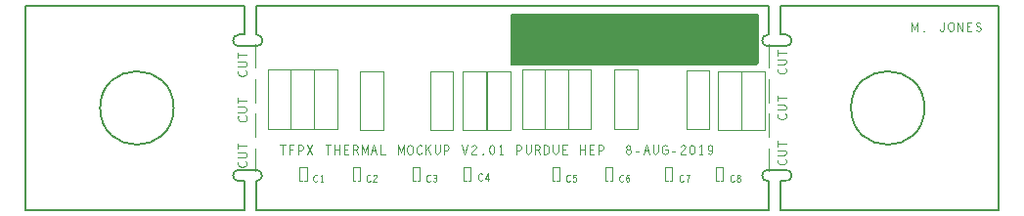
<source format=gbr>
G04 CAM350/DFMSTREAM V12.2 (Build 1155) Date:  Thu Aug 08 15:54:00 2019 *
G04 Database: C:\Users\ptome\Documents\Data - Open Quotes\PURDUE UNIVERSITY\CPC_MOCKUP_HDI_1X2_V2 REV 2.00\CPC_MOCKUP_HDI_1X2_V2 REV 2.00.cam *
G04 Layer 1: L1_Silkscreen *
%FSLAX44Y44*%
%MOIN*%
%SFA1.000B1.000*%

%MIA0B0*%
%IPPOS*%
%ADD13C,0.00394*%
%ADD23C,0.00500*%
%LNL1_Silkscreen*%
%LPD*%
G36*
X24921Y4921D02*
G01X18504D01*
X18494Y4931*
X18484Y4921*
X16575*
X16535Y4961*
Y6654*
X16594Y6713*
X18504*
X24941*
X25000Y6654*
Y5000*
X24921Y4921*
G37*
G54D13*
X7854Y2106D02*
G01Y1319D01*
Y3287D02*
G01Y2500D01*
Y4469D02*
G01Y3681D01*
Y5650D02*
G01Y4862D01*
X9055Y4783D02*
G01X8268D01*
Y2776*
X9055*
Y4783*
X9843D02*
G01X9055D01*
Y2776*
X9843*
Y4783*
Y4783D02*
G01X9055D01*
Y2776*
X9843*
Y4783*
X10630D02*
G01X9843D01*
Y2776*
X10630*
Y4783*
Y4783D02*
G01X9843D01*
Y2776*
X10630*
Y4783*
X12205Y4744D02*
G01X11417D01*
Y2736*
X12205*
Y4744*
Y4744D02*
G01X11417D01*
Y2736*
X12205*
Y4744*
X14587D02*
G01X13799D01*
Y2736*
X14587*
Y4744*
X15709D02*
G01X14921D01*
Y2736*
X15709*
Y4744*
X16535D02*
G01X15748D01*
Y2736*
X16535*
Y4744*
X17717Y4783D02*
G01X16929D01*
Y2776*
X17717*
Y4783*
X18504D02*
G01X17717D01*
Y2776*
X18504*
Y4783*
X19291D02*
G01X18504D01*
Y2776*
X19291*
Y4783*
X20866D02*
G01X20079D01*
Y2776*
X20866*
Y4783*
X23327Y4764D02*
G01X22539D01*
Y2756*
X23327*
Y4764*
X24409Y4744D02*
G01X23622D01*
Y2736*
X24409*
Y4744*
X25197D02*
G01X24409D01*
Y2736*
X25197*
Y4744*
X25354Y2106D02*
G01Y1319D01*
Y3287D02*
G01Y2500D01*
Y4469D02*
G01Y3681D01*
Y5650D02*
G01Y4862D01*
X7275Y1656D02*
G01X7259Y1633D01*
X7249Y1606*
Y1576*
X7265Y1541*
X7290Y1514*
X7321Y1495*
X7373Y1480*
X7420Y1476*
X7466Y1484*
X7497Y1495*
X7528Y1518*
X7549Y1545*
X7559Y1572*
Y1599*
X7549Y1625*
X7533Y1648*
X7513Y1668*
X7249Y1797D02*
G01X7471D01*
X7518Y1813*
X7549Y1843*
X7559Y1882*
X7549Y1920*
X7518Y1951*
X7471Y1966*
X7249*
Y2192D02*
G01X7559D01*
X7249Y2104D02*
G01Y2280D01*
X7275Y3206D02*
G01X7259Y3183D01*
X7249Y3156*
Y3126*
X7265Y3091*
X7290Y3064*
X7321Y3045*
X7373Y3030*
X7420Y3026*
X7466Y3034*
X7497Y3045*
X7528Y3068*
X7549Y3095*
X7559Y3122*
Y3149*
X7549Y3175*
X7533Y3198*
X7513Y3218*
X7249Y3347D02*
G01X7471D01*
X7518Y3363*
X7549Y3393*
X7559Y3432*
X7549Y3470*
X7518Y3501*
X7471Y3516*
X7249*
Y3742D02*
G01X7559D01*
X7249Y3654D02*
G01Y3830D01*
X7275Y4756D02*
G01X7259Y4733D01*
X7249Y4706*
Y4676*
X7265Y4641*
X7290Y4614*
X7321Y4595*
X7373Y4580*
X7420Y4576*
X7466Y4584*
X7497Y4595*
X7528Y4618*
X7549Y4645*
X7559Y4672*
Y4699*
X7549Y4725*
X7533Y4748*
X7513Y4768*
X7249Y4897D02*
G01X7471D01*
X7518Y4913*
X7549Y4943*
X7559Y4982*
X7549Y5020*
X7518Y5051*
X7471Y5066*
X7249*
Y5292D02*
G01X7559D01*
X7249Y5204D02*
G01Y5380D01*
X9518Y994D02*
G01X9596D01*
Y1467*
X9360*
Y994*
X9439*
X8776Y2219D02*
G01Y1909D01*
X8688Y2219D02*
G01X8865D01*
X9014Y1909D02*
G01Y2219D01*
X9159*
X9106Y2070D02*
G01X9014D01*
X9320Y1909D02*
G01Y2219D01*
X9412*
X9442Y2204*
X9465Y2168*
X9473Y2126*
X9465Y2085*
X9446Y2054*
X9412Y2039*
X9320*
X9626Y1909D02*
G01X9787Y2219D01*
X9626D02*
G01X9787Y1909D01*
X10326Y2219D02*
G01Y1909D01*
X10238Y2219D02*
G01X10415D01*
X10556Y1909D02*
G01Y2219D01*
X10717D02*
G01Y1909D01*
Y2064D02*
G01X10556D01*
X11023Y1909D02*
G01X10870D01*
Y2219*
X11023*
X10962Y2070D02*
G01X10870D01*
X11180Y1909D02*
G01Y2219D01*
X11276*
X11306Y2204*
X11325Y2183*
X11333Y2142*
X11325Y2101*
X11302Y2075*
X11276Y2059*
X11180*
X11276D02*
G01X11333Y1909D01*
X11467D02*
G01Y2219D01*
X11566Y1961*
X11666Y2219*
Y1909*
X11781D02*
G01X11876Y2219D01*
X11972Y1909*
X11938Y2018D02*
G01X11815D01*
X12110Y2219D02*
G01Y1909D01*
X12263*
X12707D02*
G01Y2219D01*
X12806Y1961*
X12906Y2219*
Y1909*
X13116D02*
G01X13086Y1915D01*
X13059Y1935*
X13036Y1966*
X13021Y2002*
X13013Y2044*
Y2085*
X13021Y2126*
X13036Y2163*
X13059Y2194*
X13086Y2214*
X13116Y2219*
X13147Y2214*
X13174Y2194*
X13197Y2163*
X13212Y2126*
X13220Y2085*
Y2044*
X13212Y2002*
X13197Y1966*
X13174Y1935*
X13147Y1915*
X13116Y1909*
X13511Y2194D02*
G01X13488Y2209D01*
X13461Y2219*
X13430*
X13396Y2204*
X13369Y2178*
X13350Y2147*
X13334Y2095*
X13331Y2049*
X13338Y2002*
X13350Y1971*
X13373Y1940*
X13400Y1920*
X13426Y1909*
X13453*
X13480Y1920*
X13503Y1935*
X13522Y1956*
X13652Y1909D02*
G01Y2219D01*
X13798D02*
G01X13652Y2028D01*
X13821Y1909D02*
G01X13717Y2116D01*
X13962Y2219D02*
G01Y1997D01*
X13977Y1951*
X14008Y1920*
X14046Y1909*
X14085Y1920*
X14115Y1951*
X14131Y1997*
Y2219*
X14280Y1909D02*
G01Y2219D01*
X14372*
X14402Y2204*
X14425Y2168*
X14433Y2126*
X14425Y2085*
X14406Y2054*
X14372Y2039*
X14280*
X14881Y2219D02*
G01X14976Y1909D01*
X15072Y2219*
X15214Y2168D02*
G01X15237Y2199D01*
X15263Y2214*
X15294Y2219*
X15332Y2209*
X15359Y2183*
X15367Y2152*
X15363Y2121*
X15348Y2095*
X15271Y2044*
X15237Y2008*
X15214Y1956*
X15206Y1909*
X15367*
X15596Y1899D02*
G01X15589Y1904D01*
Y1915*
X15596Y1920*
X15604Y1915*
Y1904*
X15596Y1899*
X15906Y2219D02*
G01X15876Y2209D01*
X15853Y2183*
X15837Y2152*
X15826Y2111*
X15822Y2064*
X15826Y2018*
X15837Y1977*
X15853Y1946*
X15876Y1920*
X15906Y1909*
X15937Y1920*
X15960Y1946*
X15975Y1977*
X15987Y2018*
X15991Y2064*
X15987Y2111*
X15975Y2152*
X15960Y2183*
X15937Y2209*
X15906Y2219*
X16216Y1909D02*
G01Y2219D01*
X16170Y2157*
Y1909D02*
G01X16262D01*
X16760D02*
G01Y2219D01*
X16852*
X16882Y2204*
X16905Y2168*
X16913Y2126*
X16905Y2085*
X16886Y2054*
X16852Y2039*
X16760*
X17062Y2219D02*
G01Y1997D01*
X17077Y1951*
X17108Y1920*
X17146Y1909*
X17185Y1920*
X17215Y1951*
X17231Y1997*
Y2219*
X17380Y1909D02*
G01Y2219D01*
X17476*
X17506Y2204*
X17525Y2183*
X17533Y2142*
X17525Y2101*
X17502Y2075*
X17476Y2059*
X17380*
X17476D02*
G01X17533Y1909D01*
X17682D02*
G01Y2219D01*
X17759*
X17789Y2204*
X17812Y2183*
X17832Y2152*
X17847Y2116*
X17851Y2064*
X17847Y2013*
X17832Y1977*
X17812Y1946*
X17789Y1925*
X17759Y1909*
X17682*
X17992Y2219D02*
G01Y1997D01*
X18007Y1951*
X18038Y1920*
X18076Y1909*
X18115Y1920*
X18145Y1951*
X18161Y1997*
Y2219*
X18463Y1909D02*
G01X18310D01*
Y2219*
X18463*
X18402Y2070D02*
G01X18310D01*
X18926Y1909D02*
G01Y2219D01*
X19087D02*
G01Y1909D01*
Y2064D02*
G01X18926D01*
X19393Y1909D02*
G01X19240D01*
Y2219*
X19393*
X19332Y2070D02*
G01X19240D01*
X19550Y1909D02*
G01Y2219D01*
X19642*
X19672Y2204*
X19695Y2168*
X19703Y2126*
X19695Y2085*
X19676Y2054*
X19642Y2039*
X19550*
X20556Y1909D02*
G01X20583Y1915D01*
X20614Y1930*
X20633Y1956*
X20641Y1992*
X20633Y2028*
X20610Y2059*
X20576Y2075*
X20537*
X20514Y2085*
X20495Y2111*
X20487Y2147*
X20499Y2183*
X20526Y2209*
X20556Y2219*
X20587Y2209*
X20614Y2183*
X20625Y2147*
X20618Y2111*
X20599Y2085*
X20576Y2075*
X20537*
X20503Y2059*
X20480Y2028*
X20472Y1992*
X20480Y1956*
X20499Y1930*
X20530Y1915*
X20556Y1909*
X20817Y2013D02*
G01X20916D01*
X21081Y1909D02*
G01X21176Y2219D01*
X21272Y1909*
X21238Y2018D02*
G01X21115D01*
X21402Y2219D02*
G01Y1997D01*
X21417Y1951*
X21448Y1920*
X21486Y1909*
X21525Y1920*
X21555Y1951*
X21571Y1997*
Y2219*
X21819Y2064D02*
G01X21896D01*
Y1971*
X21873Y1940*
X21846Y1920*
X21808Y1909*
X21770Y1920*
X21743Y1940*
X21720Y1971*
X21704Y2008*
X21697Y2049*
Y2085*
X21704Y2116*
X21720Y2152*
X21743Y2183*
X21766Y2204*
X21796Y2219*
X21823*
X21854Y2209*
X21877Y2188*
X22057Y2013D02*
G01X22156D01*
X22344Y2168D02*
G01X22367Y2199D01*
X22393Y2214*
X22424Y2219*
X22462Y2209*
X22489Y2183*
X22497Y2152*
X22493Y2121*
X22478Y2095*
X22401Y2044*
X22367Y2008*
X22344Y1956*
X22336Y1909*
X22497*
X22726Y2219D02*
G01X22696Y2209D01*
X22673Y2183*
X22657Y2152*
X22646Y2111*
X22642Y2064*
X22646Y2018*
X22657Y1977*
X22673Y1946*
X22696Y1920*
X22726Y1909*
X22757Y1920*
X22780Y1946*
X22795Y1977*
X22807Y2018*
X22811Y2064*
X22807Y2111*
X22795Y2152*
X22780Y2183*
X22757Y2209*
X22726Y2219*
X23036Y1909D02*
G01Y2219D01*
X22990Y2157*
Y1909D02*
G01X23082D01*
X23281Y1946D02*
G01X23308Y1920D01*
X23339Y1909*
X23369Y1920*
X23396Y1951*
X23415Y1997*
X23423Y2044*
Y2101*
X23415Y2147*
X23396Y2188*
X23373Y2209*
X23346Y2219*
X23316Y2209*
X23293Y2188*
X23277Y2157*
X23270Y2116*
X23277Y2080*
X23297Y2044*
X23320Y2023*
X23346Y2018*
X23377Y2028*
X23400Y2054*
X23423Y2101*
X9942Y1194D02*
G01X9926Y1206D01*
X9907Y1215*
X9886*
X9862Y1202*
X9843Y1181*
X9830Y1156*
X9819Y1115*
X9816Y1077*
X9822Y1040*
X9830Y1015*
X9846Y990*
X9864Y973*
X9883Y965*
X9902*
X9920Y973*
X9936Y985*
X9950Y1002*
X10103Y965D02*
G01Y1215D01*
X10071Y1165*
Y965D02*
G01X10135D01*
X11753Y1194D02*
G01X11737Y1206D01*
X11718Y1215*
X11697*
X11673Y1202*
X11654Y1181*
X11641Y1156*
X11630Y1115*
X11628Y1077*
X11633Y1040*
X11641Y1015*
X11657Y990*
X11676Y973*
X11694Y965*
X11713*
X11731Y973*
X11748Y985*
X11761Y1002*
X11864Y1173D02*
G01X11879Y1198D01*
X11898Y1210*
X11919Y1215*
X11946Y1206*
X11965Y1185*
X11970Y1160*
X11968Y1135*
X11957Y1115*
X11904Y1073*
X11879Y1044*
X11864Y1002*
X11858Y965*
X11970*
X11329Y994D02*
G01X11407D01*
Y1467*
X11171*
Y994*
X11250*
X13376D02*
G01X13455D01*
Y1467*
X13219*
Y994*
X13297*
X13800Y1194D02*
G01X13784Y1206D01*
X13765Y1215*
X13744*
X13720Y1202*
X13701Y1181*
X13688Y1156*
X13677Y1115*
X13675Y1077*
X13680Y1040*
X13688Y1015*
X13704Y990*
X13723Y973*
X13741Y965*
X13760*
X13779Y973*
X13795Y985*
X13808Y1002*
X13903Y1015D02*
G01X13919Y985D01*
X13940Y969*
X13964Y965*
X13985Y969*
X14007Y990*
X14020Y1015*
X14023Y1040*
X14017Y1069*
X13999Y1090*
X13980Y1098*
X13956*
X13980D02*
G01X13996Y1110D01*
X14009Y1131*
X14015Y1156*
X14009Y1181*
X13996Y1202*
X13972Y1215*
X13948Y1210*
X13924Y1194*
X15572Y1233D02*
G01X15556Y1246D01*
X15537Y1254*
X15516*
X15492Y1241*
X15473Y1221*
X15460Y1196*
X15449Y1154*
X15446Y1116*
X15452Y1079*
X15460Y1054*
X15476Y1029*
X15494Y1012*
X15513Y1004*
X15532*
X15550Y1012*
X15566Y1025*
X15580Y1041*
X15765Y1004D02*
G01Y1254D01*
X15666Y1075*
X15800*
X15108Y994D02*
G01X15187D01*
Y1467*
X14951*
Y994*
X15030*
X18564Y1194D02*
G01X18548Y1206D01*
X18529Y1215*
X18508*
X18484Y1202*
X18465Y1181*
X18452Y1156*
X18441Y1115*
X18439Y1077*
X18444Y1040*
X18452Y1015*
X18468Y990*
X18487Y973*
X18505Y965*
X18524*
X18543Y973*
X18559Y985*
X18572Y1002*
X18667D02*
G01X18683Y981D01*
X18701Y969*
X18725Y965*
X18749Y973*
X18768Y990*
X18781Y1019*
X18784Y1052*
X18779Y1085*
X18765Y1106*
X18747Y1123*
X18728Y1127*
X18709Y1123*
X18685Y1106*
X18693Y1215*
X18765*
X18120Y994D02*
G01X18199D01*
Y1467*
X17963*
Y994*
X18041*
X19931D02*
G01X20010D01*
Y1467*
X19774*
Y994*
X19852*
X20375Y1194D02*
G01X20359Y1206D01*
X20340Y1215*
X20319*
X20295Y1202*
X20276Y1181*
X20263Y1156*
X20252Y1115*
X20250Y1077*
X20255Y1040*
X20263Y1015*
X20279Y990*
X20298Y973*
X20316Y965*
X20335*
X20354Y973*
X20370Y985*
X20383Y1002*
X20486Y1069D02*
G01X20504Y1098D01*
X20520Y1115*
X20542Y1123*
X20560Y1115*
X20574Y1098*
X20584Y1073*
X20587Y1044*
X20584Y1019*
X20574Y994*
X20558Y973*
X20539Y965*
X20518Y973*
X20499Y998*
X20488Y1035*
X20486Y1077*
X20491Y1131*
X20499Y1160*
X20512Y1190*
X20531Y1210*
X20550Y1215*
X20568Y1206*
X20582Y1185*
X22422Y1194D02*
G01X22406Y1206D01*
X22387Y1215*
X22366*
X22342Y1202*
X22323Y1181*
X22310Y1156*
X22299Y1115*
X22297Y1077*
X22302Y1040*
X22310Y1015*
X22326Y990*
X22345Y973*
X22363Y965*
X22382*
X22401Y973*
X22417Y985*
X22430Y1002*
X22578Y965D02*
G01X22583Y1019D01*
X22591Y1065*
X22602Y1106*
X22615Y1152*
X22637Y1215*
X22530*
X21978Y994D02*
G01X22057D01*
Y1467*
X21821*
Y994*
X21900*
X23711D02*
G01X23789D01*
Y1467*
X23553*
Y994*
X23632*
X24154Y1194D02*
G01X24138Y1206D01*
X24120Y1215*
X24098*
X24074Y1202*
X24056Y1181*
X24042Y1156*
X24032Y1115*
X24029Y1077*
X24034Y1040*
X24042Y1015*
X24058Y990*
X24077Y973*
X24096Y965*
X24114*
X24133Y973*
X24149Y985*
X24162Y1002*
X24316Y965D02*
G01X24334Y969D01*
X24356Y981*
X24369Y1002*
X24374Y1031*
X24369Y1060*
X24353Y1085*
X24329Y1098*
X24302*
X24286Y1106*
X24273Y1127*
X24268Y1156*
X24276Y1185*
X24294Y1206*
X24316Y1215*
X24337Y1206*
X24356Y1185*
X24364Y1156*
X24358Y1127*
X24345Y1106*
X24329Y1098*
X24302*
X24278Y1085*
X24262Y1060*
X24257Y1031*
X24262Y1002*
X24276Y981*
X24297Y969*
X24316Y965*
X25661Y1735D02*
G01X25645Y1712D01*
X25635Y1685*
Y1654*
X25650Y1620*
X25676Y1593*
X25707Y1574*
X25759Y1558*
X25805Y1555*
X25852Y1562*
X25883Y1574*
X25914Y1597*
X25935Y1624*
X25945Y1650*
Y1677*
X25935Y1704*
X25919Y1727*
X25898Y1746*
X25635Y1876D02*
G01X25857D01*
X25904Y1891*
X25935Y1922*
X25945Y1960*
X25935Y1999*
X25904Y2029*
X25857Y2045*
X25635*
Y2270D02*
G01X25945D01*
X25635Y2182D02*
G01Y2359D01*
X25661Y3285D02*
G01X25645Y3262D01*
X25635Y3235*
Y3204*
X25650Y3170*
X25676Y3143*
X25707Y3124*
X25759Y3108*
X25805Y3105*
X25852Y3112*
X25883Y3124*
X25914Y3147*
X25935Y3174*
X25945Y3200*
Y3227*
X25935Y3254*
X25919Y3277*
X25898Y3296*
X25635Y3426D02*
G01X25857D01*
X25904Y3441*
X25935Y3472*
X25945Y3510*
X25935Y3549*
X25904Y3579*
X25857Y3595*
X25635*
Y3820D02*
G01X25945D01*
X25635Y3732D02*
G01Y3909D01*
X25661Y4835D02*
G01X25645Y4812D01*
X25635Y4785*
Y4754*
X25650Y4720*
X25676Y4693*
X25707Y4674*
X25759Y4658*
X25805Y4655*
X25852Y4662*
X25883Y4674*
X25914Y4697*
X25935Y4724*
X25945Y4750*
Y4777*
X25935Y4804*
X25919Y4827*
X25898Y4846*
X25635Y4976D02*
G01X25857D01*
X25904Y4991*
X25935Y5022*
X25945Y5060*
X25935Y5099*
X25904Y5129*
X25857Y5145*
X25635*
Y5370D02*
G01X25945D01*
X25635Y5282D02*
G01Y5459D01*
X30212Y6102D02*
G01Y6412D01*
X30312Y6154*
X30412Y6412*
Y6102*
X30622Y6092D02*
G01X30614Y6097D01*
Y6108*
X30622Y6113*
X30630Y6108*
Y6097*
X30622Y6092*
X31165Y6164D02*
G01X31184Y6133D01*
X31207Y6113*
X31234Y6102*
X31265Y6113*
X31288Y6133*
X31311Y6164*
X31319Y6206*
Y6412*
X31552Y6102D02*
G01X31521Y6108D01*
X31494Y6128*
X31471Y6159*
X31456Y6195*
X31448Y6237*
Y6278*
X31456Y6319*
X31471Y6356*
X31494Y6387*
X31521Y6407*
X31552Y6412*
X31583Y6407*
X31609Y6387*
X31632Y6356*
X31648Y6319*
X31655Y6278*
Y6237*
X31648Y6195*
X31632Y6159*
X31609Y6128*
X31583Y6108*
X31552Y6102*
X31774D02*
G01Y6412D01*
X31950Y6102*
Y6412*
X32249Y6102D02*
G01X32095D01*
Y6412*
X32249*
X32187Y6263D02*
G01X32095D01*
X32401Y6144D02*
G01X32432Y6118D01*
X32467Y6102*
X32497*
X32528Y6118*
X32551Y6144*
X32562Y6180*
X32555Y6216*
X32536Y6247*
X32501Y6268*
X32455Y6278*
X32428Y6299*
X32417Y6335*
X32424Y6371*
X32444Y6397*
X32470Y6412*
X32497*
X32524Y6402*
X32547Y6376*
G54D23*
X0Y0D02*
G01X7480D01*
Y984*
X7283*
Y1378D02*
G75*
G03X7283Y984J-197D01*
Y1378D02*
G01X7894D01*
Y984D02*
G03X7894Y1378I-20J197D01*
Y984D02*
G01X7874D01*
Y0*
X25335*
Y984*
X25315*
Y1378D02*
G03X25315Y984J-197D01*
Y1378D02*
G01X25925D01*
Y984D02*
G03X25925Y1378J197D01*
Y984D02*
G01X25728D01*
Y0*
X33189*
Y6969*
X25728*
Y5984*
X25925*
Y5591D02*
G03X25925Y5984J197D01*
Y5591D02*
G01X25315D01*
Y5984D02*
G03X25315Y5591J-197D01*
Y5984D02*
G01X25335D01*
Y6969*
X7874*
Y5984*
X7894*
Y5591D02*
G03X7894Y5984J197D01*
Y5591D02*
G01X7283D01*
Y5984D02*
G03X7283Y5591J-197D01*
Y5984D02*
G01X7480D01*
Y6969*
X0*
Y0*
X5061Y3484D02*
G03X5061Y3484I-1252D01*
X30652D02*
G03X30652Y3484I-1252D01*
M02*

</source>
